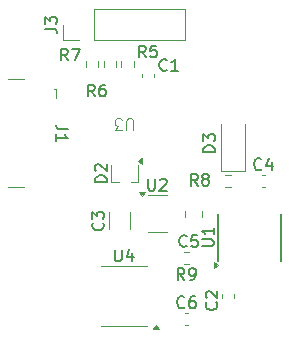
<source format=gbr>
%TF.GenerationSoftware,KiCad,Pcbnew,8.0.7*%
%TF.CreationDate,2024-12-28T17:49:01+01:00*%
%TF.ProjectId,usb-c-power-meter,7573622d-632d-4706-9f77-65722d6d6574,rev?*%
%TF.SameCoordinates,Original*%
%TF.FileFunction,Legend,Top*%
%TF.FilePolarity,Positive*%
%FSLAX46Y46*%
G04 Gerber Fmt 4.6, Leading zero omitted, Abs format (unit mm)*
G04 Created by KiCad (PCBNEW 8.0.7) date 2024-12-28 17:49:01*
%MOMM*%
%LPD*%
G01*
G04 APERTURE LIST*
%ADD10C,0.150000*%
%ADD11C,0.100000*%
%ADD12C,0.120000*%
G04 APERTURE END LIST*
D10*
X159308333Y-122111980D02*
X159260714Y-122159600D01*
X159260714Y-122159600D02*
X159117857Y-122207219D01*
X159117857Y-122207219D02*
X159022619Y-122207219D01*
X159022619Y-122207219D02*
X158879762Y-122159600D01*
X158879762Y-122159600D02*
X158784524Y-122064361D01*
X158784524Y-122064361D02*
X158736905Y-121969123D01*
X158736905Y-121969123D02*
X158689286Y-121778647D01*
X158689286Y-121778647D02*
X158689286Y-121635790D01*
X158689286Y-121635790D02*
X158736905Y-121445314D01*
X158736905Y-121445314D02*
X158784524Y-121350076D01*
X158784524Y-121350076D02*
X158879762Y-121254838D01*
X158879762Y-121254838D02*
X159022619Y-121207219D01*
X159022619Y-121207219D02*
X159117857Y-121207219D01*
X159117857Y-121207219D02*
X159260714Y-121254838D01*
X159260714Y-121254838D02*
X159308333Y-121302457D01*
X160165476Y-121207219D02*
X159975000Y-121207219D01*
X159975000Y-121207219D02*
X159879762Y-121254838D01*
X159879762Y-121254838D02*
X159832143Y-121302457D01*
X159832143Y-121302457D02*
X159736905Y-121445314D01*
X159736905Y-121445314D02*
X159689286Y-121635790D01*
X159689286Y-121635790D02*
X159689286Y-122016742D01*
X159689286Y-122016742D02*
X159736905Y-122111980D01*
X159736905Y-122111980D02*
X159784524Y-122159600D01*
X159784524Y-122159600D02*
X159879762Y-122207219D01*
X159879762Y-122207219D02*
X160070238Y-122207219D01*
X160070238Y-122207219D02*
X160165476Y-122159600D01*
X160165476Y-122159600D02*
X160213095Y-122111980D01*
X160213095Y-122111980D02*
X160260714Y-122016742D01*
X160260714Y-122016742D02*
X160260714Y-121778647D01*
X160260714Y-121778647D02*
X160213095Y-121683409D01*
X160213095Y-121683409D02*
X160165476Y-121635790D01*
X160165476Y-121635790D02*
X160070238Y-121588171D01*
X160070238Y-121588171D02*
X159879762Y-121588171D01*
X159879762Y-121588171D02*
X159784524Y-121635790D01*
X159784524Y-121635790D02*
X159736905Y-121683409D01*
X159736905Y-121683409D02*
X159689286Y-121778647D01*
X153408095Y-117244819D02*
X153408095Y-118054342D01*
X153408095Y-118054342D02*
X153455714Y-118149580D01*
X153455714Y-118149580D02*
X153503333Y-118197200D01*
X153503333Y-118197200D02*
X153598571Y-118244819D01*
X153598571Y-118244819D02*
X153789047Y-118244819D01*
X153789047Y-118244819D02*
X153884285Y-118197200D01*
X153884285Y-118197200D02*
X153931904Y-118149580D01*
X153931904Y-118149580D02*
X153979523Y-118054342D01*
X153979523Y-118054342D02*
X153979523Y-117244819D01*
X154884285Y-117578152D02*
X154884285Y-118244819D01*
X154646190Y-117197200D02*
X154408095Y-117911485D01*
X154408095Y-117911485D02*
X155027142Y-117911485D01*
X156238095Y-111254819D02*
X156238095Y-112064342D01*
X156238095Y-112064342D02*
X156285714Y-112159580D01*
X156285714Y-112159580D02*
X156333333Y-112207200D01*
X156333333Y-112207200D02*
X156428571Y-112254819D01*
X156428571Y-112254819D02*
X156619047Y-112254819D01*
X156619047Y-112254819D02*
X156714285Y-112207200D01*
X156714285Y-112207200D02*
X156761904Y-112159580D01*
X156761904Y-112159580D02*
X156809523Y-112064342D01*
X156809523Y-112064342D02*
X156809523Y-111254819D01*
X157238095Y-111350057D02*
X157285714Y-111302438D01*
X157285714Y-111302438D02*
X157380952Y-111254819D01*
X157380952Y-111254819D02*
X157619047Y-111254819D01*
X157619047Y-111254819D02*
X157714285Y-111302438D01*
X157714285Y-111302438D02*
X157761904Y-111350057D01*
X157761904Y-111350057D02*
X157809523Y-111445295D01*
X157809523Y-111445295D02*
X157809523Y-111540533D01*
X157809523Y-111540533D02*
X157761904Y-111683390D01*
X157761904Y-111683390D02*
X157190476Y-112254819D01*
X157190476Y-112254819D02*
X157809523Y-112254819D01*
X157813333Y-102020580D02*
X157765714Y-102068200D01*
X157765714Y-102068200D02*
X157622857Y-102115819D01*
X157622857Y-102115819D02*
X157527619Y-102115819D01*
X157527619Y-102115819D02*
X157384762Y-102068200D01*
X157384762Y-102068200D02*
X157289524Y-101972961D01*
X157289524Y-101972961D02*
X157241905Y-101877723D01*
X157241905Y-101877723D02*
X157194286Y-101687247D01*
X157194286Y-101687247D02*
X157194286Y-101544390D01*
X157194286Y-101544390D02*
X157241905Y-101353914D01*
X157241905Y-101353914D02*
X157289524Y-101258676D01*
X157289524Y-101258676D02*
X157384762Y-101163438D01*
X157384762Y-101163438D02*
X157527619Y-101115819D01*
X157527619Y-101115819D02*
X157622857Y-101115819D01*
X157622857Y-101115819D02*
X157765714Y-101163438D01*
X157765714Y-101163438D02*
X157813333Y-101211057D01*
X158765714Y-102115819D02*
X158194286Y-102115819D01*
X158480000Y-102115819D02*
X158480000Y-101115819D01*
X158480000Y-101115819D02*
X158384762Y-101258676D01*
X158384762Y-101258676D02*
X158289524Y-101353914D01*
X158289524Y-101353914D02*
X158194286Y-101401533D01*
X165827333Y-110427980D02*
X165779714Y-110475600D01*
X165779714Y-110475600D02*
X165636857Y-110523219D01*
X165636857Y-110523219D02*
X165541619Y-110523219D01*
X165541619Y-110523219D02*
X165398762Y-110475600D01*
X165398762Y-110475600D02*
X165303524Y-110380361D01*
X165303524Y-110380361D02*
X165255905Y-110285123D01*
X165255905Y-110285123D02*
X165208286Y-110094647D01*
X165208286Y-110094647D02*
X165208286Y-109951790D01*
X165208286Y-109951790D02*
X165255905Y-109761314D01*
X165255905Y-109761314D02*
X165303524Y-109666076D01*
X165303524Y-109666076D02*
X165398762Y-109570838D01*
X165398762Y-109570838D02*
X165541619Y-109523219D01*
X165541619Y-109523219D02*
X165636857Y-109523219D01*
X165636857Y-109523219D02*
X165779714Y-109570838D01*
X165779714Y-109570838D02*
X165827333Y-109618457D01*
X166684476Y-109856552D02*
X166684476Y-110523219D01*
X166446381Y-109475600D02*
X166208286Y-110189885D01*
X166208286Y-110189885D02*
X166827333Y-110189885D01*
X147514819Y-98533333D02*
X148229104Y-98533333D01*
X148229104Y-98533333D02*
X148371961Y-98580952D01*
X148371961Y-98580952D02*
X148467200Y-98676190D01*
X148467200Y-98676190D02*
X148514819Y-98819047D01*
X148514819Y-98819047D02*
X148514819Y-98914285D01*
X147514819Y-98152380D02*
X147514819Y-97533333D01*
X147514819Y-97533333D02*
X147895771Y-97866666D01*
X147895771Y-97866666D02*
X147895771Y-97723809D01*
X147895771Y-97723809D02*
X147943390Y-97628571D01*
X147943390Y-97628571D02*
X147991009Y-97580952D01*
X147991009Y-97580952D02*
X148086247Y-97533333D01*
X148086247Y-97533333D02*
X148324342Y-97533333D01*
X148324342Y-97533333D02*
X148419580Y-97580952D01*
X148419580Y-97580952D02*
X148467200Y-97628571D01*
X148467200Y-97628571D02*
X148514819Y-97723809D01*
X148514819Y-97723809D02*
X148514819Y-98009523D01*
X148514819Y-98009523D02*
X148467200Y-98104761D01*
X148467200Y-98104761D02*
X148419580Y-98152380D01*
X160424333Y-111842819D02*
X160091000Y-111366628D01*
X159852905Y-111842819D02*
X159852905Y-110842819D01*
X159852905Y-110842819D02*
X160233857Y-110842819D01*
X160233857Y-110842819D02*
X160329095Y-110890438D01*
X160329095Y-110890438D02*
X160376714Y-110938057D01*
X160376714Y-110938057D02*
X160424333Y-111033295D01*
X160424333Y-111033295D02*
X160424333Y-111176152D01*
X160424333Y-111176152D02*
X160376714Y-111271390D01*
X160376714Y-111271390D02*
X160329095Y-111319009D01*
X160329095Y-111319009D02*
X160233857Y-111366628D01*
X160233857Y-111366628D02*
X159852905Y-111366628D01*
X160995762Y-111271390D02*
X160900524Y-111223771D01*
X160900524Y-111223771D02*
X160852905Y-111176152D01*
X160852905Y-111176152D02*
X160805286Y-111080914D01*
X160805286Y-111080914D02*
X160805286Y-111033295D01*
X160805286Y-111033295D02*
X160852905Y-110938057D01*
X160852905Y-110938057D02*
X160900524Y-110890438D01*
X160900524Y-110890438D02*
X160995762Y-110842819D01*
X160995762Y-110842819D02*
X161186238Y-110842819D01*
X161186238Y-110842819D02*
X161281476Y-110890438D01*
X161281476Y-110890438D02*
X161329095Y-110938057D01*
X161329095Y-110938057D02*
X161376714Y-111033295D01*
X161376714Y-111033295D02*
X161376714Y-111080914D01*
X161376714Y-111080914D02*
X161329095Y-111176152D01*
X161329095Y-111176152D02*
X161281476Y-111223771D01*
X161281476Y-111223771D02*
X161186238Y-111271390D01*
X161186238Y-111271390D02*
X160995762Y-111271390D01*
X160995762Y-111271390D02*
X160900524Y-111319009D01*
X160900524Y-111319009D02*
X160852905Y-111366628D01*
X160852905Y-111366628D02*
X160805286Y-111461866D01*
X160805286Y-111461866D02*
X160805286Y-111652342D01*
X160805286Y-111652342D02*
X160852905Y-111747580D01*
X160852905Y-111747580D02*
X160900524Y-111795200D01*
X160900524Y-111795200D02*
X160995762Y-111842819D01*
X160995762Y-111842819D02*
X161186238Y-111842819D01*
X161186238Y-111842819D02*
X161281476Y-111795200D01*
X161281476Y-111795200D02*
X161329095Y-111747580D01*
X161329095Y-111747580D02*
X161376714Y-111652342D01*
X161376714Y-111652342D02*
X161376714Y-111461866D01*
X161376714Y-111461866D02*
X161329095Y-111366628D01*
X161329095Y-111366628D02*
X161281476Y-111319009D01*
X161281476Y-111319009D02*
X161186238Y-111271390D01*
X149431333Y-101226819D02*
X149098000Y-100750628D01*
X148859905Y-101226819D02*
X148859905Y-100226819D01*
X148859905Y-100226819D02*
X149240857Y-100226819D01*
X149240857Y-100226819D02*
X149336095Y-100274438D01*
X149336095Y-100274438D02*
X149383714Y-100322057D01*
X149383714Y-100322057D02*
X149431333Y-100417295D01*
X149431333Y-100417295D02*
X149431333Y-100560152D01*
X149431333Y-100560152D02*
X149383714Y-100655390D01*
X149383714Y-100655390D02*
X149336095Y-100703009D01*
X149336095Y-100703009D02*
X149240857Y-100750628D01*
X149240857Y-100750628D02*
X148859905Y-100750628D01*
X149764667Y-100226819D02*
X150431333Y-100226819D01*
X150431333Y-100226819D02*
X150002762Y-101226819D01*
X159298733Y-119827219D02*
X158965400Y-119351028D01*
X158727305Y-119827219D02*
X158727305Y-118827219D01*
X158727305Y-118827219D02*
X159108257Y-118827219D01*
X159108257Y-118827219D02*
X159203495Y-118874838D01*
X159203495Y-118874838D02*
X159251114Y-118922457D01*
X159251114Y-118922457D02*
X159298733Y-119017695D01*
X159298733Y-119017695D02*
X159298733Y-119160552D01*
X159298733Y-119160552D02*
X159251114Y-119255790D01*
X159251114Y-119255790D02*
X159203495Y-119303409D01*
X159203495Y-119303409D02*
X159108257Y-119351028D01*
X159108257Y-119351028D02*
X158727305Y-119351028D01*
X159774924Y-119827219D02*
X159965400Y-119827219D01*
X159965400Y-119827219D02*
X160060638Y-119779600D01*
X160060638Y-119779600D02*
X160108257Y-119731980D01*
X160108257Y-119731980D02*
X160203495Y-119589123D01*
X160203495Y-119589123D02*
X160251114Y-119398647D01*
X160251114Y-119398647D02*
X160251114Y-119017695D01*
X160251114Y-119017695D02*
X160203495Y-118922457D01*
X160203495Y-118922457D02*
X160155876Y-118874838D01*
X160155876Y-118874838D02*
X160060638Y-118827219D01*
X160060638Y-118827219D02*
X159870162Y-118827219D01*
X159870162Y-118827219D02*
X159774924Y-118874838D01*
X159774924Y-118874838D02*
X159727305Y-118922457D01*
X159727305Y-118922457D02*
X159679686Y-119017695D01*
X159679686Y-119017695D02*
X159679686Y-119255790D01*
X159679686Y-119255790D02*
X159727305Y-119351028D01*
X159727305Y-119351028D02*
X159774924Y-119398647D01*
X159774924Y-119398647D02*
X159870162Y-119446266D01*
X159870162Y-119446266D02*
X160060638Y-119446266D01*
X160060638Y-119446266D02*
X160155876Y-119398647D01*
X160155876Y-119398647D02*
X160203495Y-119351028D01*
X160203495Y-119351028D02*
X160251114Y-119255790D01*
D11*
X154961904Y-107142580D02*
X154961904Y-106333057D01*
X154961904Y-106333057D02*
X154914285Y-106237819D01*
X154914285Y-106237819D02*
X154866666Y-106190200D01*
X154866666Y-106190200D02*
X154771428Y-106142580D01*
X154771428Y-106142580D02*
X154580952Y-106142580D01*
X154580952Y-106142580D02*
X154485714Y-106190200D01*
X154485714Y-106190200D02*
X154438095Y-106237819D01*
X154438095Y-106237819D02*
X154390476Y-106333057D01*
X154390476Y-106333057D02*
X154390476Y-107142580D01*
X154009523Y-107142580D02*
X153390476Y-107142580D01*
X153390476Y-107142580D02*
X153723809Y-106761628D01*
X153723809Y-106761628D02*
X153580952Y-106761628D01*
X153580952Y-106761628D02*
X153485714Y-106714009D01*
X153485714Y-106714009D02*
X153438095Y-106666390D01*
X153438095Y-106666390D02*
X153390476Y-106571152D01*
X153390476Y-106571152D02*
X153390476Y-106333057D01*
X153390476Y-106333057D02*
X153438095Y-106237819D01*
X153438095Y-106237819D02*
X153485714Y-106190200D01*
X153485714Y-106190200D02*
X153580952Y-106142580D01*
X153580952Y-106142580D02*
X153866666Y-106142580D01*
X153866666Y-106142580D02*
X153961904Y-106190200D01*
X153961904Y-106190200D02*
X154009523Y-106237819D01*
D10*
X159489733Y-116930380D02*
X159442114Y-116978000D01*
X159442114Y-116978000D02*
X159299257Y-117025619D01*
X159299257Y-117025619D02*
X159204019Y-117025619D01*
X159204019Y-117025619D02*
X159061162Y-116978000D01*
X159061162Y-116978000D02*
X158965924Y-116882761D01*
X158965924Y-116882761D02*
X158918305Y-116787523D01*
X158918305Y-116787523D02*
X158870686Y-116597047D01*
X158870686Y-116597047D02*
X158870686Y-116454190D01*
X158870686Y-116454190D02*
X158918305Y-116263714D01*
X158918305Y-116263714D02*
X158965924Y-116168476D01*
X158965924Y-116168476D02*
X159061162Y-116073238D01*
X159061162Y-116073238D02*
X159204019Y-116025619D01*
X159204019Y-116025619D02*
X159299257Y-116025619D01*
X159299257Y-116025619D02*
X159442114Y-116073238D01*
X159442114Y-116073238D02*
X159489733Y-116120857D01*
X160394495Y-116025619D02*
X159918305Y-116025619D01*
X159918305Y-116025619D02*
X159870686Y-116501809D01*
X159870686Y-116501809D02*
X159918305Y-116454190D01*
X159918305Y-116454190D02*
X160013543Y-116406571D01*
X160013543Y-116406571D02*
X160251638Y-116406571D01*
X160251638Y-116406571D02*
X160346876Y-116454190D01*
X160346876Y-116454190D02*
X160394495Y-116501809D01*
X160394495Y-116501809D02*
X160442114Y-116597047D01*
X160442114Y-116597047D02*
X160442114Y-116835142D01*
X160442114Y-116835142D02*
X160394495Y-116930380D01*
X160394495Y-116930380D02*
X160346876Y-116978000D01*
X160346876Y-116978000D02*
X160251638Y-117025619D01*
X160251638Y-117025619D02*
X160013543Y-117025619D01*
X160013543Y-117025619D02*
X159918305Y-116978000D01*
X159918305Y-116978000D02*
X159870686Y-116930380D01*
X152395980Y-114986666D02*
X152443600Y-115034285D01*
X152443600Y-115034285D02*
X152491219Y-115177142D01*
X152491219Y-115177142D02*
X152491219Y-115272380D01*
X152491219Y-115272380D02*
X152443600Y-115415237D01*
X152443600Y-115415237D02*
X152348361Y-115510475D01*
X152348361Y-115510475D02*
X152253123Y-115558094D01*
X152253123Y-115558094D02*
X152062647Y-115605713D01*
X152062647Y-115605713D02*
X151919790Y-115605713D01*
X151919790Y-115605713D02*
X151729314Y-115558094D01*
X151729314Y-115558094D02*
X151634076Y-115510475D01*
X151634076Y-115510475D02*
X151538838Y-115415237D01*
X151538838Y-115415237D02*
X151491219Y-115272380D01*
X151491219Y-115272380D02*
X151491219Y-115177142D01*
X151491219Y-115177142D02*
X151538838Y-115034285D01*
X151538838Y-115034285D02*
X151586457Y-114986666D01*
X151491219Y-114653332D02*
X151491219Y-114034285D01*
X151491219Y-114034285D02*
X151872171Y-114367618D01*
X151872171Y-114367618D02*
X151872171Y-114224761D01*
X151872171Y-114224761D02*
X151919790Y-114129523D01*
X151919790Y-114129523D02*
X151967409Y-114081904D01*
X151967409Y-114081904D02*
X152062647Y-114034285D01*
X152062647Y-114034285D02*
X152300742Y-114034285D01*
X152300742Y-114034285D02*
X152395980Y-114081904D01*
X152395980Y-114081904D02*
X152443600Y-114129523D01*
X152443600Y-114129523D02*
X152491219Y-114224761D01*
X152491219Y-114224761D02*
X152491219Y-114510475D01*
X152491219Y-114510475D02*
X152443600Y-114605713D01*
X152443600Y-114605713D02*
X152395980Y-114653332D01*
X156035333Y-100972819D02*
X155702000Y-100496628D01*
X155463905Y-100972819D02*
X155463905Y-99972819D01*
X155463905Y-99972819D02*
X155844857Y-99972819D01*
X155844857Y-99972819D02*
X155940095Y-100020438D01*
X155940095Y-100020438D02*
X155987714Y-100068057D01*
X155987714Y-100068057D02*
X156035333Y-100163295D01*
X156035333Y-100163295D02*
X156035333Y-100306152D01*
X156035333Y-100306152D02*
X155987714Y-100401390D01*
X155987714Y-100401390D02*
X155940095Y-100449009D01*
X155940095Y-100449009D02*
X155844857Y-100496628D01*
X155844857Y-100496628D02*
X155463905Y-100496628D01*
X156940095Y-99972819D02*
X156463905Y-99972819D01*
X156463905Y-99972819D02*
X156416286Y-100449009D01*
X156416286Y-100449009D02*
X156463905Y-100401390D01*
X156463905Y-100401390D02*
X156559143Y-100353771D01*
X156559143Y-100353771D02*
X156797238Y-100353771D01*
X156797238Y-100353771D02*
X156892476Y-100401390D01*
X156892476Y-100401390D02*
X156940095Y-100449009D01*
X156940095Y-100449009D02*
X156987714Y-100544247D01*
X156987714Y-100544247D02*
X156987714Y-100782342D01*
X156987714Y-100782342D02*
X156940095Y-100877580D01*
X156940095Y-100877580D02*
X156892476Y-100925200D01*
X156892476Y-100925200D02*
X156797238Y-100972819D01*
X156797238Y-100972819D02*
X156559143Y-100972819D01*
X156559143Y-100972819D02*
X156463905Y-100925200D01*
X156463905Y-100925200D02*
X156416286Y-100877580D01*
X161895819Y-109004094D02*
X160895819Y-109004094D01*
X160895819Y-109004094D02*
X160895819Y-108765999D01*
X160895819Y-108765999D02*
X160943438Y-108623142D01*
X160943438Y-108623142D02*
X161038676Y-108527904D01*
X161038676Y-108527904D02*
X161133914Y-108480285D01*
X161133914Y-108480285D02*
X161324390Y-108432666D01*
X161324390Y-108432666D02*
X161467247Y-108432666D01*
X161467247Y-108432666D02*
X161657723Y-108480285D01*
X161657723Y-108480285D02*
X161752961Y-108527904D01*
X161752961Y-108527904D02*
X161848200Y-108623142D01*
X161848200Y-108623142D02*
X161895819Y-108765999D01*
X161895819Y-108765999D02*
X161895819Y-109004094D01*
X160895819Y-108099332D02*
X160895819Y-107480285D01*
X160895819Y-107480285D02*
X161276771Y-107813618D01*
X161276771Y-107813618D02*
X161276771Y-107670761D01*
X161276771Y-107670761D02*
X161324390Y-107575523D01*
X161324390Y-107575523D02*
X161372009Y-107527904D01*
X161372009Y-107527904D02*
X161467247Y-107480285D01*
X161467247Y-107480285D02*
X161705342Y-107480285D01*
X161705342Y-107480285D02*
X161800580Y-107527904D01*
X161800580Y-107527904D02*
X161848200Y-107575523D01*
X161848200Y-107575523D02*
X161895819Y-107670761D01*
X161895819Y-107670761D02*
X161895819Y-107956475D01*
X161895819Y-107956475D02*
X161848200Y-108051713D01*
X161848200Y-108051713D02*
X161800580Y-108099332D01*
X149460180Y-107066666D02*
X148745895Y-107066666D01*
X148745895Y-107066666D02*
X148603038Y-107019047D01*
X148603038Y-107019047D02*
X148507800Y-106923809D01*
X148507800Y-106923809D02*
X148460180Y-106780952D01*
X148460180Y-106780952D02*
X148460180Y-106685714D01*
X148460180Y-108066666D02*
X148460180Y-107495238D01*
X148460180Y-107780952D02*
X149460180Y-107780952D01*
X149460180Y-107780952D02*
X149317323Y-107685714D01*
X149317323Y-107685714D02*
X149222085Y-107590476D01*
X149222085Y-107590476D02*
X149174466Y-107495238D01*
X152719819Y-111543094D02*
X151719819Y-111543094D01*
X151719819Y-111543094D02*
X151719819Y-111304999D01*
X151719819Y-111304999D02*
X151767438Y-111162142D01*
X151767438Y-111162142D02*
X151862676Y-111066904D01*
X151862676Y-111066904D02*
X151957914Y-111019285D01*
X151957914Y-111019285D02*
X152148390Y-110971666D01*
X152148390Y-110971666D02*
X152291247Y-110971666D01*
X152291247Y-110971666D02*
X152481723Y-111019285D01*
X152481723Y-111019285D02*
X152576961Y-111066904D01*
X152576961Y-111066904D02*
X152672200Y-111162142D01*
X152672200Y-111162142D02*
X152719819Y-111304999D01*
X152719819Y-111304999D02*
X152719819Y-111543094D01*
X151815057Y-110590713D02*
X151767438Y-110543094D01*
X151767438Y-110543094D02*
X151719819Y-110447856D01*
X151719819Y-110447856D02*
X151719819Y-110209761D01*
X151719819Y-110209761D02*
X151767438Y-110114523D01*
X151767438Y-110114523D02*
X151815057Y-110066904D01*
X151815057Y-110066904D02*
X151910295Y-110019285D01*
X151910295Y-110019285D02*
X152005533Y-110019285D01*
X152005533Y-110019285D02*
X152148390Y-110066904D01*
X152148390Y-110066904D02*
X152719819Y-110638332D01*
X152719819Y-110638332D02*
X152719819Y-110019285D01*
X161997180Y-121715866D02*
X162044800Y-121763485D01*
X162044800Y-121763485D02*
X162092419Y-121906342D01*
X162092419Y-121906342D02*
X162092419Y-122001580D01*
X162092419Y-122001580D02*
X162044800Y-122144437D01*
X162044800Y-122144437D02*
X161949561Y-122239675D01*
X161949561Y-122239675D02*
X161854323Y-122287294D01*
X161854323Y-122287294D02*
X161663847Y-122334913D01*
X161663847Y-122334913D02*
X161520990Y-122334913D01*
X161520990Y-122334913D02*
X161330514Y-122287294D01*
X161330514Y-122287294D02*
X161235276Y-122239675D01*
X161235276Y-122239675D02*
X161140038Y-122144437D01*
X161140038Y-122144437D02*
X161092419Y-122001580D01*
X161092419Y-122001580D02*
X161092419Y-121906342D01*
X161092419Y-121906342D02*
X161140038Y-121763485D01*
X161140038Y-121763485D02*
X161187657Y-121715866D01*
X161187657Y-121334913D02*
X161140038Y-121287294D01*
X161140038Y-121287294D02*
X161092419Y-121192056D01*
X161092419Y-121192056D02*
X161092419Y-120953961D01*
X161092419Y-120953961D02*
X161140038Y-120858723D01*
X161140038Y-120858723D02*
X161187657Y-120811104D01*
X161187657Y-120811104D02*
X161282895Y-120763485D01*
X161282895Y-120763485D02*
X161378133Y-120763485D01*
X161378133Y-120763485D02*
X161520990Y-120811104D01*
X161520990Y-120811104D02*
X162092419Y-121382532D01*
X162092419Y-121382532D02*
X162092419Y-120763485D01*
X151717333Y-104274819D02*
X151384000Y-103798628D01*
X151145905Y-104274819D02*
X151145905Y-103274819D01*
X151145905Y-103274819D02*
X151526857Y-103274819D01*
X151526857Y-103274819D02*
X151622095Y-103322438D01*
X151622095Y-103322438D02*
X151669714Y-103370057D01*
X151669714Y-103370057D02*
X151717333Y-103465295D01*
X151717333Y-103465295D02*
X151717333Y-103608152D01*
X151717333Y-103608152D02*
X151669714Y-103703390D01*
X151669714Y-103703390D02*
X151622095Y-103751009D01*
X151622095Y-103751009D02*
X151526857Y-103798628D01*
X151526857Y-103798628D02*
X151145905Y-103798628D01*
X152574476Y-103274819D02*
X152384000Y-103274819D01*
X152384000Y-103274819D02*
X152288762Y-103322438D01*
X152288762Y-103322438D02*
X152241143Y-103370057D01*
X152241143Y-103370057D02*
X152145905Y-103512914D01*
X152145905Y-103512914D02*
X152098286Y-103703390D01*
X152098286Y-103703390D02*
X152098286Y-104084342D01*
X152098286Y-104084342D02*
X152145905Y-104179580D01*
X152145905Y-104179580D02*
X152193524Y-104227200D01*
X152193524Y-104227200D02*
X152288762Y-104274819D01*
X152288762Y-104274819D02*
X152479238Y-104274819D01*
X152479238Y-104274819D02*
X152574476Y-104227200D01*
X152574476Y-104227200D02*
X152622095Y-104179580D01*
X152622095Y-104179580D02*
X152669714Y-104084342D01*
X152669714Y-104084342D02*
X152669714Y-103846247D01*
X152669714Y-103846247D02*
X152622095Y-103751009D01*
X152622095Y-103751009D02*
X152574476Y-103703390D01*
X152574476Y-103703390D02*
X152479238Y-103655771D01*
X152479238Y-103655771D02*
X152288762Y-103655771D01*
X152288762Y-103655771D02*
X152193524Y-103703390D01*
X152193524Y-103703390D02*
X152145905Y-103751009D01*
X152145905Y-103751009D02*
X152098286Y-103846247D01*
X160772319Y-116961904D02*
X161581842Y-116961904D01*
X161581842Y-116961904D02*
X161677080Y-116914285D01*
X161677080Y-116914285D02*
X161724700Y-116866666D01*
X161724700Y-116866666D02*
X161772319Y-116771428D01*
X161772319Y-116771428D02*
X161772319Y-116580952D01*
X161772319Y-116580952D02*
X161724700Y-116485714D01*
X161724700Y-116485714D02*
X161677080Y-116438095D01*
X161677080Y-116438095D02*
X161581842Y-116390476D01*
X161581842Y-116390476D02*
X160772319Y-116390476D01*
X161772319Y-115390476D02*
X161772319Y-115961904D01*
X161772319Y-115676190D02*
X160772319Y-115676190D01*
X160772319Y-115676190D02*
X160915176Y-115771428D01*
X160915176Y-115771428D02*
X161010414Y-115866666D01*
X161010414Y-115866666D02*
X161058033Y-115961904D01*
D12*
%TO.C,C6*%
X159615580Y-122590000D02*
X159334420Y-122590000D01*
X159615580Y-123610000D02*
X159334420Y-123610000D01*
%TO.C,U4*%
X154200000Y-118640000D02*
X152250000Y-118640000D01*
X154200000Y-118640000D02*
X156150000Y-118640000D01*
X154200000Y-123760000D02*
X152250000Y-123760000D01*
X154200000Y-123760000D02*
X156150000Y-123760000D01*
X157140000Y-123995000D02*
X156660000Y-123995000D01*
X156900000Y-123665000D01*
X157140000Y-123995000D01*
G36*
X157140000Y-123995000D02*
G01*
X156660000Y-123995000D01*
X156900000Y-123665000D01*
X157140000Y-123995000D01*
G37*
%TO.C,U2*%
X157000000Y-112640000D02*
X156200000Y-112640000D01*
X157000000Y-112640000D02*
X157800000Y-112640000D01*
X157000000Y-115760000D02*
X156200000Y-115760000D01*
X157000000Y-115760000D02*
X157800000Y-115760000D01*
X155700000Y-112690000D02*
X155460000Y-112360000D01*
X155940000Y-112360000D01*
X155700000Y-112690000D01*
G36*
X155700000Y-112690000D02*
G01*
X155460000Y-112360000D01*
X155940000Y-112360000D01*
X155700000Y-112690000D01*
G37*
%TO.C,C1*%
X155690000Y-102665580D02*
X155690000Y-102384420D01*
X156710000Y-102665580D02*
X156710000Y-102384420D01*
%TO.C,C4*%
X166134580Y-110930000D02*
X165853420Y-110930000D01*
X166134580Y-111950000D02*
X165853420Y-111950000D01*
%TO.C,J3*%
X149060000Y-99530000D02*
X149060000Y-98200000D01*
X150390000Y-99530000D02*
X149060000Y-99530000D01*
X151660000Y-96870000D02*
X159340000Y-96870000D01*
X151660000Y-99530000D02*
X151660000Y-96870000D01*
X151660000Y-99530000D02*
X159340000Y-99530000D01*
X159340000Y-99530000D02*
X159340000Y-96870000D01*
%TO.C,R8*%
X163233258Y-110917500D02*
X162758742Y-110917500D01*
X163233258Y-111962500D02*
X162758742Y-111962500D01*
%TO.C,R7*%
X150977500Y-101762258D02*
X150977500Y-101287742D01*
X152022500Y-101762258D02*
X152022500Y-101287742D01*
%TO.C,R9*%
X159702658Y-117419900D02*
X159228142Y-117419900D01*
X159702658Y-118464900D02*
X159228142Y-118464900D01*
%TO.C,C5*%
X159327800Y-113957548D02*
X159327800Y-114480052D01*
X160797800Y-113957548D02*
X160797800Y-114480052D01*
%TO.C,C3*%
X152879000Y-114108748D02*
X152879000Y-115531252D01*
X154699000Y-114108748D02*
X154699000Y-115531252D01*
%TO.C,R5*%
X153977500Y-101762258D02*
X153977500Y-101287742D01*
X155022500Y-101762258D02*
X155022500Y-101287742D01*
%TO.C,D3*%
X162441000Y-110626000D02*
X162441000Y-106616000D01*
X162441000Y-110626000D02*
X164441000Y-110626000D01*
X164441000Y-110626000D02*
X164441000Y-106616000D01*
%TO.C,J1*%
X144335000Y-102820000D02*
X145745000Y-102820000D01*
X144335000Y-111980000D02*
X145745000Y-111980000D01*
X148415000Y-103640000D02*
X148265000Y-103640000D01*
X148415000Y-104440000D02*
X148415000Y-103640000D01*
%TO.C,D2*%
X153090000Y-110120000D02*
X153090000Y-111530000D01*
X153750000Y-111530000D02*
X153090000Y-111530000D01*
X155410000Y-110120000D02*
X155410000Y-111530000D01*
X155410000Y-111530000D02*
X154750000Y-111530000D01*
X155720000Y-109990000D02*
X155390000Y-109750000D01*
X155720000Y-109510000D01*
X155720000Y-109990000D01*
G36*
X155720000Y-109990000D02*
G01*
X155390000Y-109750000D01*
X155720000Y-109510000D01*
X155720000Y-109990000D01*
G37*
%TO.C,C2*%
X162490000Y-121315580D02*
X162490000Y-121034420D01*
X163510000Y-121315580D02*
X163510000Y-121034420D01*
%TO.C,R6*%
X152477500Y-101762258D02*
X152477500Y-101287742D01*
X153522500Y-101762258D02*
X153522500Y-101287742D01*
D10*
%TO.C,U1*%
X162117500Y-118200000D02*
X162117500Y-114200000D01*
X167517500Y-118200000D02*
X167517500Y-114200000D01*
D12*
X162117500Y-118550000D02*
X161787500Y-118790000D01*
X161787500Y-118310000D01*
X162117500Y-118550000D01*
G36*
X162117500Y-118550000D02*
G01*
X161787500Y-118790000D01*
X161787500Y-118310000D01*
X162117500Y-118550000D01*
G37*
%TD*%
M02*

</source>
